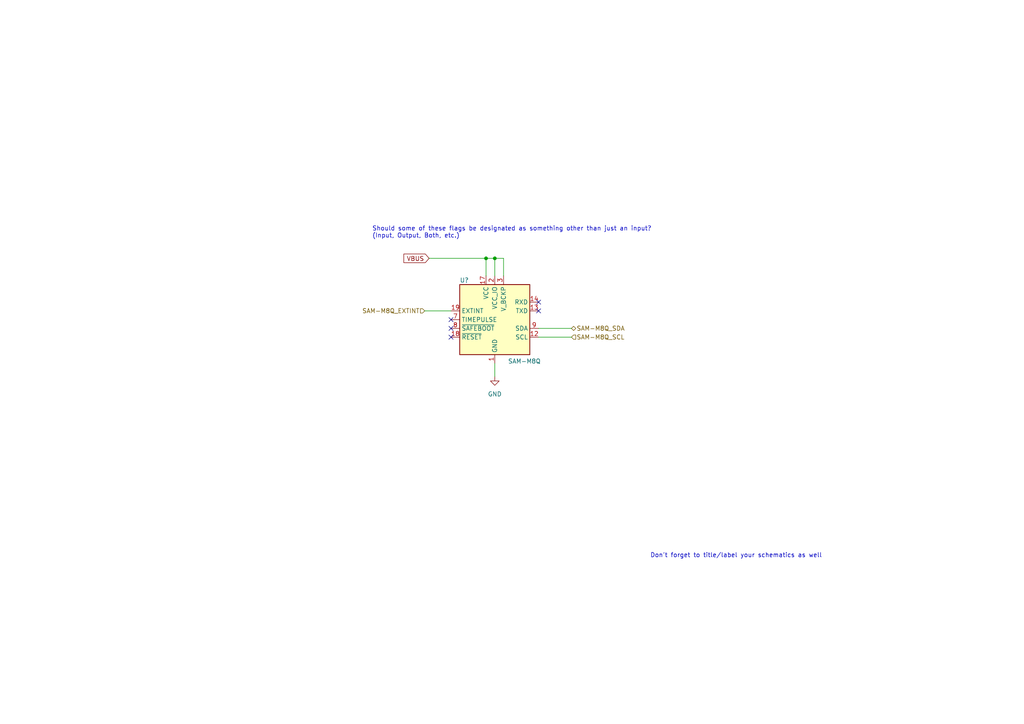
<source format=kicad_sch>
(kicad_sch (version 20211123) (generator eeschema)

  (uuid 7d272ed2-581f-4a29-bdc3-3c0825d97e38)

  (paper "A4")

  (lib_symbols
    (symbol "RF_GPS:SAM-M8Q" (in_bom yes) (on_board yes)
      (property "Reference" "U" (id 0) (at -8.89 11.43 0)
        (effects (font (size 1.27 1.27)))
      )
      (property "Value" "SAM-M8Q" (id 1) (at 8.89 11.43 0)
        (effects (font (size 1.27 1.27)))
      )
      (property "Footprint" "RF_GPS:ublox_SAM-M8Q" (id 2) (at 12.7 -11.43 0)
        (effects (font (size 1.27 1.27)) hide)
      )
      (property "Datasheet" "https://www.u-blox.com/sites/default/files/SAM-M8Q_DataSheet_%28UBX-16012619%29.pdf" (id 3) (at 0 0 0)
        (effects (font (size 1.27 1.27)) hide)
      )
      (property "ki_keywords" "gps module with antenna" (id 4) (at 0 0 0)
        (effects (font (size 1.27 1.27)) hide)
      )
      (property "ki_description" "GPS ublox M8 variant" (id 5) (at 0 0 0)
        (effects (font (size 1.27 1.27)) hide)
      )
      (property "ki_fp_filters" "ublox*SAM?M8Q*" (id 6) (at 0 0 0)
        (effects (font (size 1.27 1.27)) hide)
      )
      (symbol "SAM-M8Q_0_1"
        (rectangle (start -10.16 10.16) (end 10.16 -10.16)
          (stroke (width 0.254) (type default) (color 0 0 0 0))
          (fill (type background))
        )
      )
      (symbol "SAM-M8Q_1_1"
        (pin power_in line (at 0 -12.7 90) (length 2.54)
          (name "GND" (effects (font (size 1.27 1.27))))
          (number "1" (effects (font (size 1.27 1.27))))
        )
        (pin passive line (at 0 -12.7 90) (length 2.54) hide
          (name "GND" (effects (font (size 1.27 1.27))))
          (number "10" (effects (font (size 1.27 1.27))))
        )
        (pin passive line (at 0 -12.7 90) (length 2.54) hide
          (name "GND" (effects (font (size 1.27 1.27))))
          (number "11" (effects (font (size 1.27 1.27))))
        )
        (pin input line (at 12.7 -5.08 180) (length 2.54)
          (name "SCL" (effects (font (size 1.27 1.27))))
          (number "12" (effects (font (size 1.27 1.27))))
        )
        (pin output line (at 12.7 2.54 180) (length 2.54)
          (name "TXD" (effects (font (size 1.27 1.27))))
          (number "13" (effects (font (size 1.27 1.27))))
        )
        (pin input line (at 12.7 5.08 180) (length 2.54)
          (name "RXD" (effects (font (size 1.27 1.27))))
          (number "14" (effects (font (size 1.27 1.27))))
        )
        (pin passive line (at 0 -12.7 90) (length 2.54) hide
          (name "GND" (effects (font (size 1.27 1.27))))
          (number "15" (effects (font (size 1.27 1.27))))
        )
        (pin passive line (at 0 -12.7 90) (length 2.54) hide
          (name "GND" (effects (font (size 1.27 1.27))))
          (number "16" (effects (font (size 1.27 1.27))))
        )
        (pin power_in line (at -2.54 12.7 270) (length 2.54)
          (name "VCC" (effects (font (size 1.27 1.27))))
          (number "17" (effects (font (size 1.27 1.27))))
        )
        (pin input line (at -12.7 -5.08 0) (length 2.54)
          (name "~{RESET}" (effects (font (size 1.27 1.27))))
          (number "18" (effects (font (size 1.27 1.27))))
        )
        (pin input line (at -12.7 2.54 0) (length 2.54)
          (name "EXTINT" (effects (font (size 1.27 1.27))))
          (number "19" (effects (font (size 1.27 1.27))))
        )
        (pin power_in line (at 0 12.7 270) (length 2.54)
          (name "VCC_IO" (effects (font (size 1.27 1.27))))
          (number "2" (effects (font (size 1.27 1.27))))
        )
        (pin passive line (at 0 -12.7 90) (length 2.54) hide
          (name "GND" (effects (font (size 1.27 1.27))))
          (number "20" (effects (font (size 1.27 1.27))))
        )
        (pin power_in line (at 2.54 12.7 270) (length 2.54)
          (name "V_BCKP" (effects (font (size 1.27 1.27))))
          (number "3" (effects (font (size 1.27 1.27))))
        )
        (pin passive line (at 0 -12.7 90) (length 2.54) hide
          (name "GND" (effects (font (size 1.27 1.27))))
          (number "4" (effects (font (size 1.27 1.27))))
        )
        (pin passive line (at 0 -12.7 90) (length 2.54) hide
          (name "GND" (effects (font (size 1.27 1.27))))
          (number "5" (effects (font (size 1.27 1.27))))
        )
        (pin passive line (at 0 -12.7 90) (length 2.54) hide
          (name "GND" (effects (font (size 1.27 1.27))))
          (number "6" (effects (font (size 1.27 1.27))))
        )
        (pin output line (at -12.7 0 0) (length 2.54)
          (name "TIMEPULSE" (effects (font (size 1.27 1.27))))
          (number "7" (effects (font (size 1.27 1.27))))
        )
        (pin input line (at -12.7 -2.54 0) (length 2.54)
          (name "~{SAFEBOOT}" (effects (font (size 1.27 1.27))))
          (number "8" (effects (font (size 1.27 1.27))))
        )
        (pin bidirectional line (at 12.7 -2.54 180) (length 2.54)
          (name "SDA" (effects (font (size 1.27 1.27))))
          (number "9" (effects (font (size 1.27 1.27))))
        )
      )
    )
    (symbol "power:GND" (power) (pin_names (offset 0)) (in_bom yes) (on_board yes)
      (property "Reference" "#PWR" (id 0) (at 0 -6.35 0)
        (effects (font (size 1.27 1.27)) hide)
      )
      (property "Value" "GND" (id 1) (at 0 -3.81 0)
        (effects (font (size 1.27 1.27)))
      )
      (property "Footprint" "" (id 2) (at 0 0 0)
        (effects (font (size 1.27 1.27)) hide)
      )
      (property "Datasheet" "" (id 3) (at 0 0 0)
        (effects (font (size 1.27 1.27)) hide)
      )
      (property "ki_keywords" "power-flag" (id 4) (at 0 0 0)
        (effects (font (size 1.27 1.27)) hide)
      )
      (property "ki_description" "Power symbol creates a global label with name \"GND\" , ground" (id 5) (at 0 0 0)
        (effects (font (size 1.27 1.27)) hide)
      )
      (symbol "GND_0_1"
        (polyline
          (pts
            (xy 0 0)
            (xy 0 -1.27)
            (xy 1.27 -1.27)
            (xy 0 -2.54)
            (xy -1.27 -1.27)
            (xy 0 -1.27)
          )
          (stroke (width 0) (type default) (color 0 0 0 0))
          (fill (type none))
        )
      )
      (symbol "GND_1_1"
        (pin power_in line (at 0 0 270) (length 0) hide
          (name "GND" (effects (font (size 1.27 1.27))))
          (number "1" (effects (font (size 1.27 1.27))))
        )
      )
    )
  )

  (junction (at 143.51 74.93) (diameter 0) (color 0 0 0 0)
    (uuid 0ee4aa88-158b-40a7-ae30-939a8c9363cd)
  )
  (junction (at 140.97 74.93) (diameter 0) (color 0 0 0 0)
    (uuid ef534cdb-ed12-4955-a7f5-716dd01d5bac)
  )

  (no_connect (at 156.21 87.63) (uuid 82dc16bb-4a8c-4df4-8351-76554fb614f2))
  (no_connect (at 156.21 90.17) (uuid 82dc16bb-4a8c-4df4-8351-76554fb614f3))
  (no_connect (at 130.81 97.79) (uuid b9ab48b6-ea96-4fea-9d20-258d742c25a6))
  (no_connect (at 130.81 95.25) (uuid d761adf9-eca2-4eb1-8b0d-fe6050fbeb5f))
  (no_connect (at 130.81 92.71) (uuid d761adf9-eca2-4eb1-8b0d-fe6050fbeb60))

  (wire (pts (xy 156.21 97.79) (xy 165.735 97.79))
    (stroke (width 0) (type default) (color 0 0 0 0))
    (uuid 28f8c922-9c75-4e1a-8468-2d81b06130ee)
  )
  (wire (pts (xy 146.05 80.01) (xy 146.05 74.93))
    (stroke (width 0) (type default) (color 0 0 0 0))
    (uuid 49cb5196-13f5-442e-96c7-6b7b21e5540c)
  )
  (wire (pts (xy 124.46 74.93) (xy 140.97 74.93))
    (stroke (width 0) (type default) (color 0 0 0 0))
    (uuid 591eeb22-21da-4bcf-9c00-b1ec8d100914)
  )
  (wire (pts (xy 143.51 74.93) (xy 146.05 74.93))
    (stroke (width 0) (type default) (color 0 0 0 0))
    (uuid 70b2647c-3be0-445c-af2b-94c559283683)
  )
  (wire (pts (xy 123.19 90.17) (xy 130.81 90.17))
    (stroke (width 0) (type default) (color 0 0 0 0))
    (uuid 94337fe0-434f-48eb-b487-f85500a4ffc7)
  )
  (wire (pts (xy 156.21 95.25) (xy 165.735 95.25))
    (stroke (width 0) (type default) (color 0 0 0 0))
    (uuid b9dcf3f8-9121-403b-8049-9dc0a2590fd0)
  )
  (wire (pts (xy 143.51 80.01) (xy 143.51 74.93))
    (stroke (width 0) (type default) (color 0 0 0 0))
    (uuid bd99efeb-b393-4ce2-b68b-5928029dc5c3)
  )
  (wire (pts (xy 143.51 105.41) (xy 143.51 109.22))
    (stroke (width 0) (type default) (color 0 0 0 0))
    (uuid c155a863-8966-4493-a9c6-e259555f4306)
  )
  (wire (pts (xy 140.97 74.93) (xy 143.51 74.93))
    (stroke (width 0) (type default) (color 0 0 0 0))
    (uuid d31371f8-3f69-4b05-a681-7b05464ae62b)
  )
  (wire (pts (xy 140.97 80.01) (xy 140.97 74.93))
    (stroke (width 0) (type default) (color 0 0 0 0))
    (uuid d88a0057-1266-4365-8d28-180bb27a1489)
  )

  (text "Don't forget to title/label your schematics as well"
    (at 188.595 161.925 0)
    (effects (font (size 1.27 1.27)) (justify left bottom))
    (uuid 36493e5b-86c3-4461-aea4-a6d562c716a2)
  )
  (text "Should some of these flags be designated as something other than just an input?\n(Input, Output, Both, etc.)"
    (at 107.95 69.215 0)
    (effects (font (size 1.27 1.27)) (justify left bottom))
    (uuid f281eb4e-fc80-488f-9d00-3b823cdd046e)
  )

  (global_label "VBUS" (shape input) (at 124.46 74.93 180) (fields_autoplaced)
    (effects (font (size 1.27 1.27)) (justify right))
    (uuid f15e5930-406b-406b-b878-95e1afe5ad4f)
    (property "Intersheet References" "${INTERSHEET_REFS}" (id 0) (at 117.1483 74.8506 0)
      (effects (font (size 1.27 1.27)) (justify right) hide)
    )
  )

  (hierarchical_label "SAM-M8Q_EXTINT" (shape input) (at 123.19 90.17 180)
    (effects (font (size 1.27 1.27)) (justify right))
    (uuid 39489e7e-7fe8-4f0b-9b13-45961c0e3237)
  )
  (hierarchical_label "SAM-M8Q_SCL" (shape input) (at 165.735 97.79 0)
    (effects (font (size 1.27 1.27)) (justify left))
    (uuid 665ca587-a1b8-45f3-ab95-60561293b092)
  )
  (hierarchical_label "SAM-M8Q_SDA" (shape bidirectional) (at 165.735 95.25 0)
    (effects (font (size 1.27 1.27)) (justify left))
    (uuid 74378539-13b5-4d57-a9e1-f519ff645296)
  )

  (symbol (lib_id "RF_GPS:SAM-M8Q") (at 143.51 92.71 0) (unit 1)
    (in_bom yes) (on_board yes)
    (uuid 7bcf1e2d-140a-403f-a471-9e47f3ce49d9)
    (property "Reference" "U?" (id 0) (at 133.35 81.28 0)
      (effects (font (size 1.27 1.27)) (justify left))
    )
    (property "Value" "SAM-M8Q" (id 1) (at 147.32 104.775 0)
      (effects (font (size 1.27 1.27)) (justify left))
    )
    (property "Footprint" "RF_GPS:ublox_SAM-M8Q" (id 2) (at 156.21 104.14 0)
      (effects (font (size 1.27 1.27)) hide)
    )
    (property "Datasheet" "https://www.u-blox.com/sites/default/files/SAM-M8Q_DataSheet_%28UBX-16012619%29.pdf" (id 3) (at 143.51 92.71 0)
      (effects (font (size 1.27 1.27)) hide)
    )
    (pin "1" (uuid fe1dcfce-6109-46aa-8f47-5462adba76cd))
    (pin "10" (uuid a584d32c-2bc7-475a-b400-9e46a3c44dc1))
    (pin "11" (uuid 9bfa1b15-3d7e-4de7-a272-1c84a24a247c))
    (pin "12" (uuid eecdc5fa-8396-4ddb-a5c9-a1550a77f34a))
    (pin "13" (uuid 6676eb39-9d32-426d-980e-335a6bb62132))
    (pin "14" (uuid e0f9877a-d1d6-4d0a-8a7b-97e9eb7e30c6))
    (pin "15" (uuid 284ffd3d-4f7c-4bc2-9591-0fdda800171a))
    (pin "16" (uuid 488b8302-af0e-4e27-9d06-d9d9ea451362))
    (pin "17" (uuid 7b03ad5c-277f-4e7f-85fa-49493c68ff37))
    (pin "18" (uuid 11c8f30b-c232-4267-94da-fc6276bf87d2))
    (pin "19" (uuid 2ecf673b-309f-4998-a962-10e69269de12))
    (pin "2" (uuid af039e34-0308-4932-a07f-9b1916796735))
    (pin "20" (uuid b1ce5858-08b6-47c5-be83-79a7325b3395))
    (pin "3" (uuid eeaff3fa-1de9-4604-9b59-cbfeed738884))
    (pin "4" (uuid 7d5ef367-e729-425a-9ac4-e71fdf2b9e46))
    (pin "5" (uuid a0247456-7a8d-4ef5-9ec4-ae7bdb39a9bd))
    (pin "6" (uuid 2b34ba58-4174-4f8f-8361-30da9766ddee))
    (pin "7" (uuid 09b2346a-1b7f-4f68-981e-fe5e399691ca))
    (pin "8" (uuid 364d06f5-d315-4c0a-861c-0aa86ec86962))
    (pin "9" (uuid 895a69a1-1660-4969-8b6b-d233d14517f1))
  )

  (symbol (lib_id "power:GND") (at 143.51 109.22 0) (unit 1)
    (in_bom yes) (on_board yes) (fields_autoplaced)
    (uuid 89c6cb1e-bd91-4e4f-97ab-7b8c327c5c9b)
    (property "Reference" "#PWR?" (id 0) (at 143.51 115.57 0)
      (effects (font (size 1.27 1.27)) hide)
    )
    (property "Value" "GND" (id 1) (at 143.51 114.3 0))
    (property "Footprint" "" (id 2) (at 143.51 109.22 0)
      (effects (font (size 1.27 1.27)) hide)
    )
    (property "Datasheet" "" (id 3) (at 143.51 109.22 0)
      (effects (font (size 1.27 1.27)) hide)
    )
    (pin "1" (uuid 6628d58b-afcb-4789-ba26-edc381c6e205))
  )
)

</source>
